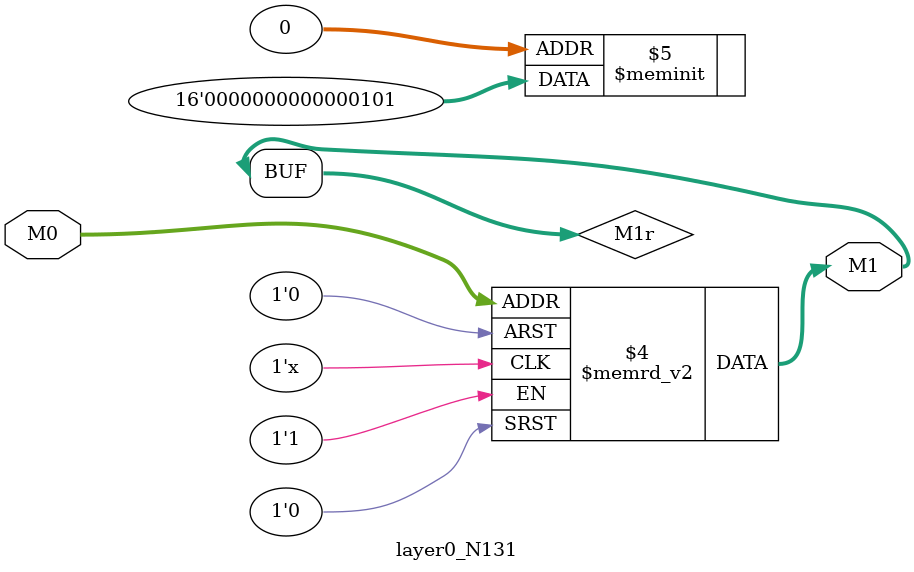
<source format=v>
module layer0_N131 ( input [2:0] M0, output [1:0] M1 );

	(*rom_style = "distributed" *) reg [1:0] M1r;
	assign M1 = M1r;
	always @ (M0) begin
		case (M0)
			3'b000: M1r = 2'b01;
			3'b100: M1r = 2'b00;
			3'b010: M1r = 2'b00;
			3'b110: M1r = 2'b00;
			3'b001: M1r = 2'b01;
			3'b101: M1r = 2'b00;
			3'b011: M1r = 2'b00;
			3'b111: M1r = 2'b00;

		endcase
	end
endmodule

</source>
